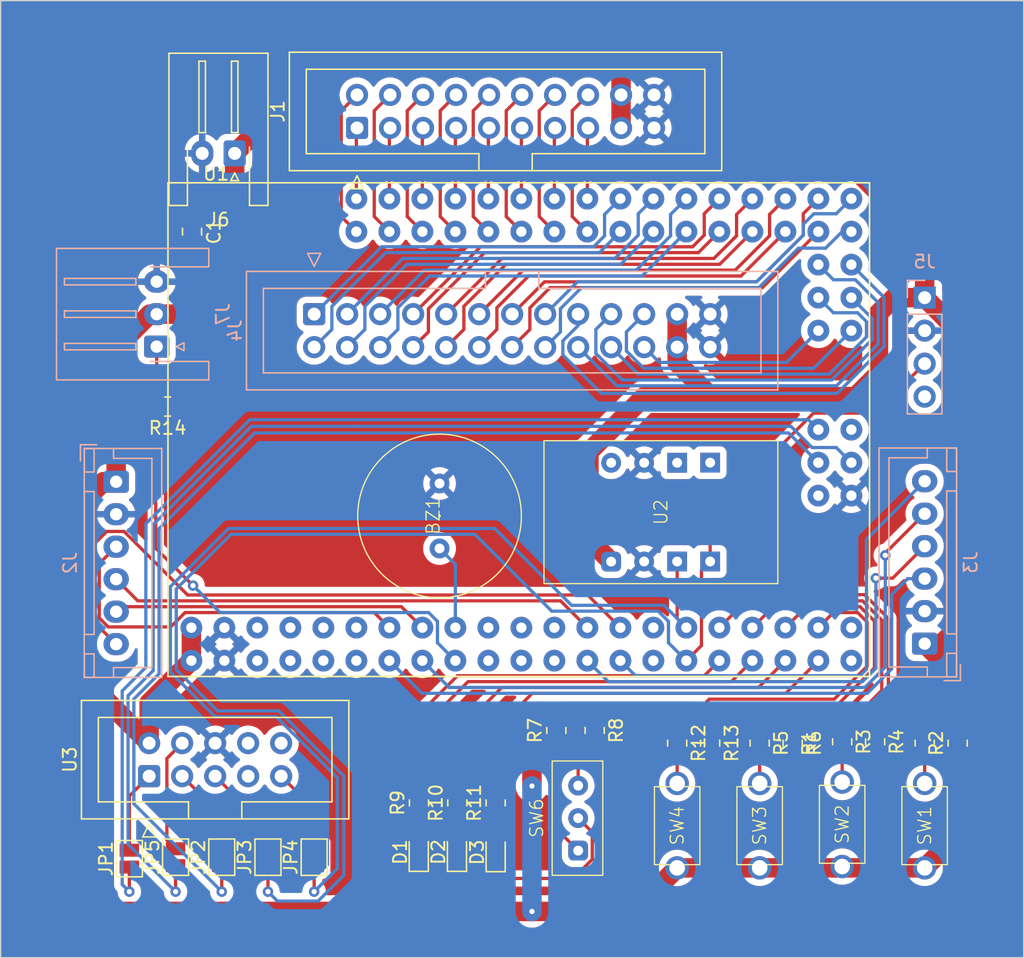
<source format=kicad_pcb>
(kicad_pcb (version 20221018) (generator pcbnew)
  (layers (0 "F.Cu" signal) (31 "B.Cu" signal) (34 "B.Paste" user) (35 "F.Paste" user) (36 "B.SilkS" user "B.Silkscreen") (37 "F.SilkS" user "F.Silkscreen") (38 "B.Mask" user) (39 "F.Mask" user) (44 "Edge.Cuts" user))
  (net 0 "")
  (net 1 "BZ+")
  (net 2 "GND")
  (net 3 "VCC")
  (net 4 "Net-(D1-A)")
  (net 5 "Net-(D2-A)")
  (net 6 "Net-(D3-A)")
  (net 7 "BALL_00")
  (net 8 "BALL_01")
  (net 9 "BALL_02")
  (net 10 "BALL_03")
  (net 11 "BALL_04")
  (net 12 "BALL_05")
  (net 13 "BALL_06")
  (net 14 "BALL_07")
  (net 15 "BALL_08")
  (net 16 "BALL_09")
  (net 17 "BALL_10")
  (net 18 "BALL_11")
  (net 19 "BALL_12")
  (net 20 "BALL_13")
  (net 21 "BALL_14")
  (net 22 "BALL_15")
  (net 23 "MD1_EN1")
  (net 24 "MD1_PH1")
  (net 25 "MD1_EN2")
  (net 26 "MD1_PH2")
  (net 27 "MD2_EN1")
  (net 28 "MD2_PH1")
  (net 29 "MD2_EN2")
  (net 30 "MD2_PH2")
  (net 31 "LS_00")
  (net 32 "LS_01")
  (net 33 "LS_02")
  (net 34 "LS_03")
  (net 35 "LS_04")
  (net 36 "LS_05")
  (net 37 "LS_06")
  (net 38 "LS_07")
  (net 39 "LS_08")
  (net 40 "LS_09")
  (net 41 "LS_10")
  (net 42 "LS_11")
  (net 43 "LS_12")
  (net 44 "LS_13")
  (net 45 "LS_14")
  (net 46 "LS_15")
  (net 47 "LS_16")
  (net 48 "LS_17")
  (net 49 "LS_18")
  (net 50 "LS_19")
  (net 51 "LS_20")
  (net 52 "LS_21")
  (net 53 "SCL")
  (net 54 "SDA")
  (net 55 "KICKER")
  (net 56 "MISO")
  (net 57 "Net-(JP1-B)")
  (net 58 "SCK")
  (net 59 "Net-(JP2-B)")
  (net 60 "Net-(JP3-B)")
  (net 61 "Net-(JP4-B)")
  (net 62 "Net-(JP5-A)")
  (net 63 "MOSI")
  (net 64 "BTN_01")
  (net 65 "Net-(R1-Pad2)")
  (net 66 "BTN_02")
  (net 67 "Net-(R3-Pad2)")
  (net 68 "BTN_03")
  (net 69 "Net-(R5-Pad2)")
  (net 70 "Net-(SW6-A)")
  (net 71 "Net-(SW6-C)")
  (net 72 "LED_01")
  (net 73 "LED_02")
  (net 74 "LED_03")
  (net 75 "BTN_04")
  (net 76 "Net-(R12-Pad2)")
  (net 77 "SWC_01")
  (footprint "Connector_IDC:IDC-Header_2x10_P2.54mm_Vertical" (layer "F.Cu") (at 130.937 65.612328 90)
    (fp_text reference "J1")
    (fp_text value "Conn_01x20_Pin")
  )
  (footprint "Resistor_SMD:R_0805_2012Metric" (layer "F.Cu") (at 161.925 112.964897 -90)
    (fp_text reference "R5")
    (fp_text value "1K")
  )
  (footprint "ATMega2560:ATMega2560" (layer "F.Cu") (at 143.383 88.834897)
    (fp_text reference "U1")
    (fp_text value "MEGA_PRO_EMBED_CH340G___ATMEGA2560")
  )
  (footprint "Resistor_SMD:R_0805_2012Metric" (layer "F.Cu") (at 141.605 117.562397 90)
    (fp_text reference "R11")
    (fp_text value "330")
  )
  (footprint "Resistor_SMD:R_0805_2012Metric" (layer "F.Cu") (at 135.705 117.562397 90)
    (fp_text reference "R9")
    (fp_text value "330")
  )
  (footprint "Resistor_SMD:R_0805_2012Metric" (layer "F.Cu") (at 146.275 111.988397 90)
    (fp_text reference "R7")
    (fp_text value "1K")
  )
  (footprint "Connector_JST:JST_XH_S2B-XH-A-1_1x02_P2.50mm_Horizontal" (layer "F.Cu") (at 121.519 67.570897 180)
    (fp_text reference "J6")
    (fp_text value "Conn_01x02_Pin")
  )
  (footprint "LED_SMD:LED_0603_1608Metric" (layer "F.Cu") (at 138.62635 121.347255 90)
    (fp_text reference "D2")
    (fp_text value "LED")
  )
  (footprint "Jumper:SolderJumper-2_P1.3mm_Open_Pad1.0x1.5mm" (layer "F.Cu") (at 113.411 121.854897 90)
    (fp_text reference "JP1")
    (fp_text value "Jumper_2_Open")
  )
  (footprint "@MyLibrary:PKM13EPYH4000-A0" (layer "F.Cu") (at 137.287 95.478897 90)
    (fp_text reference "BZ1")
    (fp_text value "Buzzer")
  )
  (footprint "@MyLibrary:TVBP06-BN043CB-B" (layer "F.Cu") (at 174.625 119.314897 90)
    (fp_text reference "SW1")
    (fp_text value "SW_Push")
  )
  (footprint "Resistor_SMD:R_0805_2012Metric" (layer "F.Cu") (at 116.3555 87.056897 180)
    (fp_text reference "R14")
    (fp_text value "1K")
  )
  (footprint "Resistor_SMD:R_0805_2012Metric" (layer "F.Cu") (at 170.815 112.861397 -90)
    (fp_text reference "R4")
    (fp_text value "10K")
  )
  (footprint "@MyLibrary:SS12D01G4-G_2" (layer "F.Cu") (at 147.955 118.735897 90)
    (fp_text reference "SW6")
    (fp_text value "SW_SPDT")
  )
  (footprint "Resistor_SMD:R_0805_2012Metric" (layer "F.Cu") (at 149.225 111.988397 -90)
    (fp_text reference "R8")
    (fp_text value "10K")
  )
  (footprint "Jumper:SolderJumper-2_P1.3mm_Open_Pad1.0x1.5mm" (layer "F.Cu") (at 124.079 121.742897 90)
    (fp_text reference "JP3")
    (fp_text value "Jumper_2_Open")
  )
  (footprint "@MyLibrary:TVBP06-BN043CB-B" (layer "F.Cu") (at 161.925 119.314897 90)
    (fp_text reference "SW3")
    (fp_text value "SW_Push")
  )
  (footprint "Resistor_SMD:R_0805_2012Metric" (layer "F.Cu") (at 174.625 112.964897 -90)
    (fp_text reference "R1")
    (fp_text value "1K")
  )
  (footprint "Resistor_SMD:R_0805_2012Metric" (layer "F.Cu") (at 155.575 112.964897 -90)
    (fp_text reference "R12")
    (fp_text value "1K")
  )
  (footprint "Resistor_SMD:R_0805_2012Metric" (layer "F.Cu") (at 168.275 112.861397 -90)
    (fp_text reference "R3")
    (fp_text value "1K")
  )
  (footprint "@MyLibrary:TVBP06-BN043CB-B" (layer "F.Cu") (at 155.575 119.314897 90)
    (fp_text reference "SW4")
    (fp_text value "SW_Push")
  )
  (footprint "Resistor_SMD:R_0805_2012Metric" (layer "F.Cu") (at 164.465 112.964897 -90)
    (fp_text reference "R6")
    (fp_text value "10K")
  )
  (footprint "Connector_IDC:IDC-Header_2x05_P2.54mm_Vertical" (layer "F.Cu") (at 114.935 115.504897 90)
    (fp_text reference "U3")
    (fp_text value "~")
  )
  (footprint "Resistor_SMD:R_0805_2012Metric" (layer "F.Cu") (at 138.655 117.562397 90)
    (fp_text reference "R10")
    (fp_text value "330")
  )
  (footprint "Resistor_SMD:R_0805_2012Metric" (layer "F.Cu") (at 158.115 112.964897 -90)
    (fp_text reference "R13")
    (fp_text value "10K")
  )
  (footprint "Jumper:SolderJumper-2_P1.3mm_Open_Pad1.0x1.5mm" (layer "F.Cu") (at 120.523 121.742897 90)
    (fp_text reference "JP2")
    (fp_text value "Jumper_2_Open")
  )
  (footprint "LED_SMD:LED_0603_1608Metric" (layer "F.Cu") (at 141.605 121.372397 90)
    (fp_text reference "D3")
    (fp_text value "LED")
  )
  (footprint "Resistor_SMD:R_0805_2012Metric" (layer "F.Cu") (at 177.165 112.964897 90)
    (fp_text reference "R2")
    (fp_text value "10K")
  )
  (footprint "LED_SMD:LED_0603_1608Metric" (layer "F.Cu") (at 135.685238 121.347255 90)
    (fp_text reference "D1")
    (fp_text value "LED")
  )
  (footprint "@MyLibrary:BNO055" (layer "F.Cu") (at 154.325 95.184897 90)
    (fp_text reference "U2")
    (fp_text value "~")
  )
  (footprint "Capacitor_SMD:C_0805_2012Metric" (layer "F.Cu") (at 118.237 73.594897 -90)
    (fp_text reference "C1")
    (fp_text value "C")
  )
  (footprint "Jumper:SolderJumper-2_P1.3mm_Open_Pad1.0x1.5mm" (layer "F.Cu") (at 127.635 121.742897 90)
    (fp_text reference "JP4")
    (fp_text value "Jumper_2_Open")
  )
  (footprint "@MyLibrary:TVBP06-BN043CB-B" (layer "F.Cu") (at 168.275 119.211397 90)
    (fp_text reference "SW2")
    (fp_text value "SW_Push")
  )
  (footprint "Jumper:SolderJumper-2_P1.3mm_Open_Pad1.0x1.5mm" (layer "F.Cu") (at 116.967 121.742897 -90)
    (fp_text reference "JP5")
    (fp_text value "Jumper_2_Open")
  )
  (footprint "Connector_JST:JST_XH_B6B-XH-A_1x06_P2.50mm_Vertical" (layer "B.Cu") (at 174.625 105.304897 90)
    (fp_text reference "J3")
    (fp_text value "Conn_01x06_Pin")
  )
  (footprint "Connector_JST:JST_XH_S3B-XH-A-1_1x03_P2.50mm_Horizontal" (layer "B.Cu") (at 115.515 82.444897 90)
    (fp_text reference "J7")
    (fp_text value "Conn_01x03_Pin")
  )
  (footprint "Connector_PinSocket_2.54mm:PinSocket_1x04_P2.54mm_Vertical" (layer "B.Cu") (at 174.625 78.674897 180)
    (fp_text reference "J5")
    (fp_text value "Conn_01x04_Socket")
  )
  (footprint "Connector_IDC:IDC-Header_2x13_P2.54mm_Vertical" (layer "B.Cu") (at 127.635 79.944897 -90)
    (fp_text reference "J4")
    (fp_text value "Conn_01x26_Pin")
  )
  (footprint "Connector_JST:JST_XH_B6B-XH-A_1x06_P2.50mm_Vertical" (layer "B.Cu") (at 112.395 92.844897 -90)
    (fp_text reference "J2")
    (fp_text value "Conn_01x06_Pin")
  )
  (gr_line (start 103.505 129.474897) (end 120.015 129.474897) (stroke (width 0.1)) (layer "Edge.Cuts"))
  (gr_line (start 182.245 129.474897) (end 182.245 55.814897) (stroke (width 0.1)) (layer "Edge.Cuts"))
  (gr_line (start 120.015 129.474897) (end 182.245 129.474897) (stroke (width 0.1)) (layer "Edge.Cuts"))
  (gr_line (start 182.245 55.814897) (end 103.505 55.814897) (stroke (width 0.1)) (layer "Edge.Cuts"))
  (gr_line (start 103.505 55.814897) (end 103.505 129.474897) (stroke (width 0.1)) (layer "Edge.Cuts"))
  (segment (start 138.503 99.194897) (end 137.287 97.978897) (width 0.25) (layer "B.Cu") (net 1))
  (segment (start 138.503 104.074897) (end 138.503 99.194897) (width 0.25) (layer "B.Cu") (net 1))
  (segment (start 115.515 77.444897) (end 115.515 77.266897) (width 1.5) (layer "F.Cu") (net 2))
  (segment (start 112.395 82.535913) (end 112.395 92.844897) (width 1.5) (layer "F.Cu") (net 3))
  (segment (start 109.57 94.694897) (end 109.57 107.630897) (width 1.5) (layer "F.Cu") (net 3))
  (segment (start 151.257 65.612328) (end 151.257 61.402897) (width 1.5) (layer "F.Cu") (net 3))
  (segment (start 174.625 105.304897) (end 175.935 105.304897) (width 1.5) (layer "F.Cu") (net 3))
  (segment (start 174.625 74.168) (end 174.625 78.674897) (width 1.5) (layer "F.Cu") (net 3))
  (segment (start 121.519 69.362897) (end 121.519 67.570897) (width 1.5) (layer "F.Cu") (net 3))
  (segment (start 114.986016 79.944897) (end 112.395 82.535913) (width 1.5) (layer "F.Cu") (net 3))
  (segment (start 121.519 67.570897) (end 127.817569 61.272328) (width 1.5) (layer "F.Cu") (net 3))
  (segment (start 112.395 92.844897) (end 111.42 92.844897) (width 1.5) (layer "F.Cu") (net 3))
  (segment (start 174.625 78.674897) (end 172.275 78.674897) (width 1.5) (layer "F.Cu") (net 3))
  (segment (start 109.57 123.093897) (end 112.395 125.918897) (width 1.5) (layer "F.Cu") (net 3))
  (segment (start 146.275 111.075897) (end 145.575 111.075897) (width 1.5) (layer "F.Cu") (net 3))
  (segment (start 129.465 59.624897) (end 149.479 59.624897) (width 1.5) (layer "F.Cu") (net 3))
  (segment (start 115.515 79.944897) (end 114.986016 79.944897) (width 1.5) (layer "F.Cu") (net 3))
  (segment (start 169.29472 86.294897) (end 158.182919 86.294897) (width 1.5) (layer "F.Cu") (net 3))
  (segment (start 152.221 125.918897) (end 155.575 122.564897) (width 1.5) (layer "F.Cu") (net 3))
  (segment (start 118.237 72.644897) (end 121.519 69.362897) (width 1.5) (layer "F.Cu") (net 3))
  (segment (start 121.519 76.415897) (end 117.99 79.944897) (width 1.5) (layer "F.Cu") (net 3))
  (segment (start 155.575 83.686978) (end 155.575 82.484897) (width 1.5) (layer "F.Cu") (net 3))
  (segment (start 155.575 82.484897) (end 155.575 79.944897) (width 1.5) (layer "F.Cu") (net 3))
  (segment (start 178.435 102.804897) (end 178.435 82.479312) (width 1.5) (layer "F.Cu") (net 3))
  (segment (start 121.519 67.570897) (end 121.519 76.415897) (width 1.5) (layer "F.Cu") (net 3))
  (segment (start 152.221 125.918897) (end 144.399 125.918897) (width 1.5) (layer "F.Cu") (net 3))
  (segment (start 158.182919 86.294897) (end 155.575 83.686978) (width 1.5) (layer "F.Cu") (net 3))
  (segment (start 127.817569 61.272328) (end 129.465 59.624897) (width 1.5) (layer "F.Cu") (net 3))
  (segment (start 160.081897 59.624897) (end 174.625 74.168) (width 1.5) (layer "F.Cu") (net 3))
  (segment (start 155.575 122.564897) (end 174.625 122.564897) (width 1.5) (layer "F.Cu") (net 3))
  (segment (start 144.399 112.251897) (end 144.399 116.266897) (width 1.5) (layer "F.Cu") (net 3))
  (segment (start 144.399 125.918897) (end 112.395 125.918897) (width 1.5) (layer "F.Cu") (net 3))
  (segment (start 111.42 92.844897) (end 109.57 94.694897) (width 1.5) (layer "F.Cu") (net 3))
  (segment (start 174.625 122.564897) (end 179.578 117.611897) (width 1.5) (layer "F.Cu") (net 3))
  (segment (start 109.57 107.630897) (end 109.57 123.093897) (width 1.5) (layer "F.Cu") (net 3))
  (segment (start 118.183 104.074897) (end 118.183 106.614897) (width 1.5) (layer "F.Cu") (net 3))
  (segment (start 172.275 78.674897) (end 171.069 79.880897) (width 1.5) (layer "F.Cu") (net 3))
  (segment (start 149.479 59.624897) (end 160.081897 59.624897) (width 1.5) (layer "F.Cu") (net 3))
  (segment (start 114.935 109.862897) (end 114.935 112.964897) (width 1.5) (layer "F.Cu") (net 3))
  (segment (start 153.035 86.294897) (end 158.182919 86.294897) (width 1.5) (layer "F.Cu") (net 3))
  (segment (start 179.578 117.536897) (end 180.467 116.647897) (width 1.5) (layer "F.Cu") (net 3))
  (segment (start 145.575 111.075897) (end 144.399 112.251897) (width 1.5) (layer "F.Cu") (net 3))
  (segment (start 180.467 116.647897) (end 180.467 111.146897) (width 1.5) (layer "F.Cu") (net 3))
  (segment (start 117.99 79.944897) (end 115.515 79.944897) (width 1.5) (layer "F.Cu") (net 3))
  (segment (start 114.935 112.964897) (end 109.601 107.630897) (width 1.5) (layer "F.Cu") (net 3))
  (segment (start 109.601 107.630897) (end 109.57 107.630897) (width 1.5) (layer "F.Cu") (net 3))
  (segment (start 171.069 79.880897) (end 171.069 84.520617) (width 1.5) (layer "F.Cu") (net 3))
  (segment (start 171.069 84.520617) (end 169.29472 86.294897) (width 1.5) (layer "F.Cu") (net 3))
  (segment (start 118.183 106.614897) (end 114.935 109.862897) (width 1.5) (layer "F.Cu") (net 3))
  (segment (start 178.435 82.479312) (end 174.630585 78.674897) (width 1.5) (layer "F.Cu") (net 3))
  (segment (start 148.783 90.546897) (end 153.035 86.294897) (width 1.5) (layer "F.Cu") (net 3))
  (segment (start 151.257 61.402897) (end 149.479 59.624897) (width 1.5) (layer "F.Cu") (net 3))
  (segment (start 150.495 98.994897) (end 148.783 97.282897) (width 1.5) (layer "F.Cu") (net 3))
  (segment (start 175.935 105.304897) (end 178.435 102.804897) (width 1.5) (layer "F.Cu") (net 3))
  (segment (start 179.578 117.611897) (end 179.578 117.536897) (width 1.5) (layer "F.Cu") (net 3))
  (segment (start 148.783 97.282897) (end 148.783 90.546897) (width 1.5) (layer "F.Cu") (net 3))
  (segment (start 180.467 111.146897) (end 174.625 105.304897) (width 1.5) (layer "F.Cu") (net 3))
  (via (at 144.399 125.918897) (size 0.8) (drill 0.4) (layers "F.Cu" "B.Cu") (net 3))
  (via (at 144.399 116.266897) (size 0.8) (drill 0.4) (layers "F.Cu" "B.Cu") (net 3))
  (segment (start 144.399 125.918897) (end 144.399 116.266897) (width 1.5) (layer "B.Cu") (net 3))
  (segment (start 135.685238 120.559755) (end 135.685238 118.494659) (width 0.25) (layer "F.Cu") (net 4))
  (segment (start 135.685238 118.494659) (end 135.705 118.474897) (width 0.25) (layer "F.Cu") (net 4))
  (segment (start 138.62635 118.503547) (end 138.655 118.474897) (width 0.25) (layer "F.Cu") (net 5))
  (segment (start 138.62635 120.559755) (end 138.62635 118.503547) (width 0.25) (layer "F.Cu") (net 5))
  (segment (start 141.605 120.584897) (end 141.605 118.474897) (width 0.25) (layer "F.Cu") (net 6))
  (segment (start 130.883 65.666328) (end 130.937 65.612328) (width 0.25) (layer "F.Cu") (net 7))
  (segment (start 130.883 71.054897) (end 130.883 65.666328) (width 0.25) (layer "F.Cu") (net 7))
  (segment (start 130.883 73.594897) (end 129.7198 72.431697) (width 0.25) (layer "F.Cu") (net 8))
  (segment (start 129.7198 64.289528) (end 130.937 63.072328) (width 0.25) (layer "F.Cu") (net 8))
  (segment (start 129.7198 72.431697) (end 129.7198 64.289528) (width 0.25) (layer "F.Cu") (net 8))
  (segment (start 133.423 65.666328) (end 133.477 65.612328) (width 0.25) (layer "F.Cu") (net 9))
  (segment (start 133.423 71.054897) (end 133.423 65.666328) (width 0.25) (layer "F.Cu") (net 9))
  (segment (start 132.2598 64.289528) (end 133.477 63.072328) (width 0.25) (layer "F.Cu") (net 10))
  (segment (start 133.423 73.594897) (end 132.2598 72.431697) (width 0.25) (layer "F.Cu") (net 10))
  (segment (start 132.2598 72.431697) (end 132.2598 64.289528) (width 0.25) (layer "F.Cu") (net 10))
  (segment (start 135.963 71.054897) (end 135.963 65.666328) (width 0.25) (layer "F.Cu") (net 11))
  (segment (start 135.963 65.666328) (end 136.017 65.612328) (width 0.25) (layer "F.Cu") (net 11))
  (segment (start 134.7998 72.431697) (end 134.7998 64.289528) (width 0.25) (layer "F.Cu") (net 12))
  (segment (start 135.963 73.594897) (end 134.7998 72.431697) (width 0.25) (layer "F.Cu") (net 12))
  (segment (start 134.7998 64.289528) (end 136.017 63.072328) (width 0.25) (layer "F.Cu") (net 12))
  (segment (start 138.503 65.666328) (end 138.557 65.612328) (width 0.25) (layer "F.Cu") (net 13))
  (segment (start 138.503 71.054897) (end 138.503 65.666328) (width 0.25) (layer "F.Cu") (net 13))
  (segment (start 137.3398 64.289528) (end 138.557 63.072328) (width 0.25) (layer "F.Cu") (net 14))
  (segment (start 138.503 73.594897) (end 137.3398 72.431697) (width 0.25) (layer "F.Cu") (net 14))
  (segment (start 137.3398 72.431697) (end 137.3398 64.289528) (width 0.25) (layer "F.Cu") (net 14))
  (segment (start 141.043 71.054897) (end 141.043 65.666328) (width 0.25) (layer "F.Cu") (net 15))
  (segment (start 141.043 65.666328) (end 141.097 65.612328) (width 0.25) (layer "F.Cu") (net 15))
  (segment (start 139.8798 72.431697) (end 139.8798 64.289528) (width 0.25) (layer "F.Cu") (net 16))
  (segment (start 139.8798 64.289528) (end 141.097 63.072328) (width 0.25) (layer "F.Cu") (net 16))
  (segment (start 141.043 73.594897) (end 139.8798 72.431697) (width 0.25) (layer "F.Cu") (net 16))
  (segment (start 143.583 65.666328) (end 143.637 65.612328) (width 0.25) (layer "F.Cu") (net 17))
  (segment (start 143.583 71.054897) (end 143.583 65.666328) (width 0.25) (layer "F.Cu") (net 17))
  (segment (start 143.583 73.594897) (end 142.4198 72.431697) (width 0.25) (layer "F.Cu") (net 18))
  (segment (start 142.4198 64.289528) (end 143.637 63.072328) (width 0.25) (layer "F.Cu") (net 18))
  (segment (start 142.4198 72.431697) (end 142.4198 64.289528) (width 0.25) (layer "F.Cu") (net 18))
  (segment (start 146.123 65.666328) (end 146.177 65.612328) (width 0.25) (layer "F.Cu") (net 19))
  (segment (start 146.123 71.054897) (end 146.123 65.666328) (width 0.25) (layer "F.Cu") (net 19))
  (segment (start 144.9598 64.289528) (end 146.177 63.072328) (width 0.25) (layer "F.Cu") (net 20))
  (segment (start 144.9598 72.431697) (end 144.9598 64.289528) (width 0.25) (layer "F.Cu") (net 20))
  (segment (start 146.123 73.594897) (end 144.9598 72.431697) (width 0.25) (layer "F.Cu") (net 20))
  (segment (start 148.663 65.666328) (end 148.717 65.612328) (width 0.25) (layer "F.Cu") (net 21))
  (segment (start 148.663 71.054897) (end 148.663 65.666328) (width 0.25) (layer "F.Cu") (net 21))
  (segment (start 147.4998 72.431697) (end 147.4998 64.289528) (width 0.25) (layer "F.Cu") (net 22))
  (segment (start 148.663 73.594897) (end 147.4998 72.431697) (width 0.25) (layer "F.Cu") (net 22))
  (segment (start 147.4998 64.289528) (end 148.717 63.072328) (width 0.25) (layer "F.Cu") (net 22))
  (segment (start 111.095 103.331598) (end 111.783299 104.019897) (width 0.25) (layer "F.Cu") (net 23))
  (segment (start 116.592986 104.019897) (end 117.701186 102.911697) (width 0.25) (layer "F.Cu") (net 23))
  (segment (start 112.395 97.844897) (end 111.095 99.144897) (width 0.25) (layer "F.Cu") (net 23))
  (segment (start 117.701186 102.911697) (end 132.2598 102.911697) (width 0.25) (layer "F.Cu") (net 23))
  (segment (start 111.095 99.144897) (end 111.095 103.331598) (width 0.25) (layer "F.Cu") (net 23))
  (segment (start 111.783299 104.019897) (end 116.592986 104.019897) (width 0.25) (layer "F.Cu") (net 23))
  (segment (start 132.2598 102.911697) (end 133.423 104.074897) (width 0.25) (layer "F.Cu") (net 23))
  (segment (start 146.5998 102.011697) (end 148.663 104.074897) (width 0.25) (layer "F.Cu") (net 24))
  (segment (start 114.0618 102.011697) (end 146.5998 102.011697) (width 0.25) (layer "F.Cu") (net 24))
  (segment (start 112.395 100.344897) (end 114.0618 102.011697) (width 0.25) (layer "F.Cu") (net 24))
  (segment (start 112.395 102.844897) (end 112.7782 102.461697) (width 0.25) (layer "F.Cu") (net 25))
  (segment (start 134.3498 102.461697) (end 135.963 104.074897) (width 0.25) (layer "F.Cu") (net 25))
  (segment (start 112.7782 102.461697) (end 134.3498 102.461697) (width 0.25) (layer "F.Cu") (net 25))
  (segment (start 117.898501 101.561697) (end 113.006701 96.669897) (width 0.25) (layer "F.Cu") (net 26))
  (segment (start 110.645 97.696897) (end 110.645 103.594897) (width 0.25) (layer "F.Cu") (net 26))
  (segment (start 151.203 104.074897) (end 148.6898 101.561697) (width 0.25) (layer "F.Cu") (net 26))
  (segment (start 111.672 96.669897) (end 110.645 97.696897) (width 0.25) (layer "F.Cu") (net 26))
  (segment (start 148.6898 101.561697) (end 117.898501 101.561697) (width 0.25) (layer "F.Cu") (net 26))
  (segment (start 113.006701 96.669897) (end 111.672 96.669897) (width 0.25) (layer "F.Cu") (net 26))
  (segment (start 110.645 103.594897) (end 112.395 105.344897) (width 0.25) (layer "F.Cu") (net 26))
  (segment (start 135.9362 109.128097) (end 133.423 106.614897) (width 0.25) (layer "B.Cu") (net 27))
  (segment (start 170.210988 109.128097) (end 135.9362 109.128097) (width 0.25) (layer "B.Cu") (net 27))
  (segment (start 174.625 100.304897) (end 174.625 100.714897) (width 0.25) (layer "B.Cu") (net 27))
  (segment (start 172.085 101.534897) (end 172.085 107.254085) (width 0.25) (layer "B.Cu") (net 27))
  (segment (start 172.085 107.254085) (end 170.210988 109.128097) (width 0.25) (layer "B.Cu") (net 27))
  (segment (start 172.085 101.534897) (end 173.315 100.304897) (width 0.25) (layer "B.Cu") (net 27))
  (segment (start 173.315 100.304897) (end 174.625 100.304897) (width 0.25) (layer "B.Cu") (net 27))
  (segment (start 172.165 100.264897) (end 174.625 97.804897) (width 0.25) (layer "F.Cu") (net 28))
  (segment (start 170.8712 100.264897) (end 172.165 100.264897) (width 0.25) (layer "F.Cu") (net 28))
  (via (at 170.8712 100.264897) (size 0.8) (drill 0.4) (layers "F.Cu" "B.Cu") (net 28))
  (segment (start 150.2762 108.228097) (end 148.663 106.614897) (width 0.25) (layer "B.Cu") (net 28))
  (segment (start 170.8712 100.264897) (end 170.8712 107.195093) (width 0.25) (layer "B.Cu") (net 28))
  (segment (start 169.838196 108.228097) (end 150.2762 108.228097) (width 0.25) (layer "B.Cu") (net 28))
  (segment (start 170.8712 107.195093) (end 169.838196 108.228097) (width 0.25) (layer "B.Cu") (net 28))
  (segment (start 171.5962 98.506097) (end 171.5962 98.333697) (width 0.25) (layer "F.Cu") (net 29))
  (segment (start 171.5962 98.333697) (end 174.625 95.304897) (width 0.25) (layer "F.Cu") (net 29))
  (via (at 171.5962 98.506097) (size 0.8) (drill 0.4) (layers "F.Cu" "B.Cu") (net 29))
  (segment (start 171.577 107.125689) (end 170.024592 108.678097) (width 0.25) (layer "B.Cu") (net 29))
  (segment (start 171.5962 102.785697) (end 171.577 102.804897) (width 0.25) (layer "B.Cu") (net 29))
  (segment (start 171.5962 98.506097) (end 171.5962 102.785697) (width 0.25) (layer "B.Cu") (net 29))
  (segment (start 170.024592 108.678097) (end 138.0262 108.678097) (width 0.25) (layer "B.Cu") (net 29))
  (segment (start 171.577 102.804897) (end 171.577 107.125689) (width 0.25) (layer "B.Cu") (net 29))
  (segment (start 138.0262 108.678097) (end 135.963 106.614897) (width 0.25) (layer "B.Cu") (net 29))
  (segment (start 170.1462 97.283697) (end 170.1462 107.283697) (width 0.25) (layer "B.Cu") (net 30))
  (segment (start 152.3662 107.778097) (end 151.203 106.614897) (width 0.25) (layer "B.Cu") (net 30))
  (segment (start 174.625 92.804897) (end 170.1462 97.283697) (width 0.25) (layer "B.Cu") (net 30))
  (segment (start 169.6518 107.778097) (end 152.3662 107.778097) (width 0.25) (layer "B.Cu") (net 30))
  (segment (start 170.1462 107.283697) (end 169.6518 107.778097) (width 0.25) (layer "B.Cu") (net 30))
  (segment (start 132.8218 74.758097) (end 149.144814 74.758097) (width 0.25) (layer "B.Cu") (net 31))
  (segment (start 149.144814 74.758097) (end 149.987 73.915911) (width 0.25) (layer "B.Cu") (net 31))
  (segment (start 127.635 79.944897) (end 132.8218 74.758097) (width 0.25) (layer "B.Cu") (net 31))
  (segment (start 149.987 72.270897) (end 151.203 71.054897) (width 0.25) (layer "B.Cu") (net 31))
  (segment (start 149.987 73.915911) (end 149.987 72.270897) (width 0.25) (layer "B.Cu") (net 31))
  (segment (start 129 79.341897) (end 133.1338 75.208097) (width 0.25) (layer "B.Cu") (net 32))
  (segment (start 129 81.119897) (end 129 79.341897) (width 0.25) (layer "B.Cu") (net 32))
  (segment (start 149.5898 75.208097) (end 151.203 73.594897) (width 0.25) (layer "B.Cu") (net 32))
  (segment (start 133.1338 75.208097) (end 149.5898 75.208097) (width 0.25) (layer "B.Cu") (net 32))
  (segment (start 127.635 82.484897) (end 129 81.119897) (width 0.25) (layer "B.Cu") (net 32))
  (segment (start 152.5798 73.863111) (end 152.5798 72.218097) (width 0.25) (layer "B.Cu") (net 33))
  (segment (start 134.4618 75.658097) (end 150.784814 75.658097) (width 0.25) (layer "B.Cu") (net 33))
  (segment (start 150.784814 75.658097) (end 152.5798 73.863111) (width 0.25) (layer "B.Cu") (net 33))
  (segment (start 152.5798 72.218097) (end 153.743 71.054897) (width 0.25) (layer "B.Cu") (net 33))
  (segment (start 130.175 79.944897) (end 134.4618 75.658097) (width 0.25) (layer "B.Cu") (net 33))
  (segment (start 151.2298 76.108097) (end 153.743 73.594897) (width 0.25) (layer "B.Cu") (net 34))
  (segment (start 131.54 79.341897) (end 134.7738 76.108097) (width 0.25) (layer "B.Cu") (net 34))
  (segment (start 131.54 81.119897) (end 131.54 79.341897) (width 0.25) (layer "B.Cu") (net 34))
  (segment (start 130.175 82.484897) (end 131.54 81.119897) (width 0.25) (layer "B.Cu") (net 34))
  (segment (start 134.7738 76.108097) (end 151.2298 76.108097) (width 0.25) (layer "B.Cu") (net 34))
  (segment (start 136.1018 76.558097) (end 152.424814 76.558097) (width 0.25) (layer "B.Cu") (net 35))
  (segment (start 155.067 73.915911) (end 155.067 72.270897) (width 0.25) (layer "B.Cu") (net 35))
  (segment (start 152.424814 76.558097) (end 155.067 73.915911) (width 0.25) (layer "B.Cu") (net 35))
  (segment (start 132.715 79.944897) (end 136.1018 76.558097) (width 0.25) (layer "B.Cu") (net 35))
  (segment (start 155.067 72.270897) (end 156.283 71.054897) (width 0.25) (layer "B.Cu") (net 35))
  (segment (start 136.525 77.008097) (end 152.8698 77.008097) (width 0.25) (layer "B.Cu") (net 36))
  (segment (start 134.08 79.453097) (end 136.525 77.008097) (width 0.25) (layer "B.Cu") (net 36))
  (segment (start 132.715 82.484897) (end 134.08 81.119897) (width 0.25) (layer "B.Cu") (net 36))
  (segment (start 134.08 81.119897) (end 134.08 79.453097) (width 0.25) (layer "B.Cu") (net 36))
  (segment (start 152.8698 77.008097) (end 156.283 73.594897) (width 0.25) (layer "B.Cu") (net 36))
  (segment (start 135.255 79.944897) (end 140.4418 74.758097) (width 0.25) (layer "F.Cu") (net 37))
  (segment (start 140.4418 74.758097) (end 156.764814 74.758097) (width 0.25) (layer "F.Cu") (net 37))
  (segment (start 157.6598 72.218097) (end 158.823 71.054897) (width 0.25) (layer "F.Cu") (net 37))
  (segment (start 157.6598 73.863111) (end 157.6598 72.218097) (width 0.25) (layer "F.Cu") (net 37))
  (segment (start 156.764814 74.758097) (end 157.6598 73.863111) (width 0.25) (layer "F.Cu") (net 37))
  (segment (start 136.43 81.309897) (end 136.43 79.531897) (width 0.25) (layer "F.Cu") (net 38))
  (segment (start 140.7538 75.208097) (end 157.2098 75.208097) (width 0.25) (layer "F.Cu") (net 38))
  (segment (start 136.43 79.531897) (end 140.7538 75.208097) (width 0.25) (layer "F.Cu") (net 38))
  (segment (start 135.255 82.484897) (end 136.43 81.309897) (width 0.25) (layer "F.Cu") (net 38))
  (segment (start 157.2098 75.208097) (end 158.823 73.594897) (width 0.25) (layer "F.Cu") (net 38))
  (segment (start 137.795 79.944897) (end 142.0818 75.658097) (width 0.25) (layer "F.Cu") (net 39))
  (segment (start 160.147 73.915911) (end 160.147 72.270897) (width 0.25) (layer "F.Cu") (net 39))
  (segment (start 160.147 72.270897) (end 161.363 71.054897) (width 0.25) (layer "F.Cu") (net 39))
  (segment (start 158.404814 75.658097) (end 160.147 73.915911) (width 0.25) (layer "F.Cu") (net 39))
  (segment (start 142.0818 75.658097) (end 158.404814 75.658097) (width 0.25) (layer "F.Cu") (net 39))
  (segment (start 139.16 81.119897) (end 139.16 79.341897) (width 0.25) (layer "F.Cu") (net 40))
  (segment (start 137.795 82.484897) (end 139.16 81.119897) (width 0.25) (layer "F.Cu") (net 40))
  (segment (start 158.8498 76.108097) (end 161.363 73.594897) (width 0.25) (layer "F.Cu") (net 40))
  (segment (start 142.3938 76.108097) (end 158.8498 76.108097) (width 0.25) (layer "F.Cu") (net 40))
  (segment (start 139.16 79.341897) (end 142.3938 76.108097) (width 0.25) (layer "F.Cu") (net 40))
  (segment (start 162.687 73.915911) (end 162.687 72.270897) (width 0.25) (layer "F.Cu") (net 41))
  (segment (start 143.7218 76.558097) (end 160.044814 76.558097) (width 0.25) (layer "F.Cu") (net 41))
  (segment (start 160.044814 76.558097) (end 162.687 73.915911) (width 0.25) (layer "F.Cu") (net 41))
  (segment (start 140.335 79.944897) (end 143.7218 76.558097) (width 0.25) (layer "F.Cu") (net 41))
  (segment (start 162.687 72.270897) (end 163.903 71.054897) (width 0.25) (layer "F.Cu") (net 41))
  (segment (start 144.145 77.008097) (end 160.4898 77.008097) (width 0.25) (layer "F.Cu") (net 42))
  (segment (start 140.335 82.484897) (end 141.7 81.119897) (width 0.25) (layer "F.Cu") (net 42))
  (segment (start 160.4898 77.008097) (end 163.903 73.594897) (width 0.25) (layer "F.Cu") (net 42))
  (segment (start 141.7 79.453097) (end 144.145 77.008097) (width 0.25) (layer "F.Cu") (net 42))
  (segment (start 141.7 81.119897) (end 141.7 79.453097) (width 0.25) (layer "F.Cu") (net 42))
  (segment (start 161.684814 77.458097) (end 165.2798 73.863111) (width 0.25) (layer "F.Cu") (net 43))
  (segment (start 142.875 79.944897) (end 145.3618 77.458097) (width 0.25) (layer "F.Cu") (net 43))
  (segment (start 165.2798 72.218097) (end 166.443 71.054897) (width 0.25) (layer "F.Cu") (net 43))
  (segment (start 165.2798 73.863111) (end 165.2798 72.218097) (width 0.25) (layer "F.Cu") (net 43))
  (segment (start 145.3618 77.458097) (end 161.684814 77.458097) (width 0.25) (layer "F.Cu") (net 43))
  (segment (start 144.24 79.458196) (end 145.790099 77.908097) (width 0.25) (layer "F.Cu") (net 44))
  (segment (start 162.1298 77.908097) (end 166.443 73.594897) (width 0.25) (layer "F.Cu") (net 44))
  (segment (start 144.24 81.119897) (end 144.24 79.458196) (width 0.25) (layer "F.Cu") (net 44))
  (segment (start 145.790099 77.908097) (end 162.1298 77.908097) (width 0.25) (layer "F.Cu") (net 44))
  (segment (start 142.875 82.484897) (end 144.24 81.119897) (width 0.25) (layer "F.Cu") (net 44))
  (segment (start 147.9018 77.458097) (end 161.684814 77.458097) (width 0.25) (layer "B.Cu") (net 45))
  (segment (start 167.8198 72.218097) (end 168.983 71.054897) (width 0.25) (layer "B.Cu") (net 45))
  (segment (start 145.415 79.944897) (end 147.9018 77.458097) (width 0.25) (layer "B.Cu") (net 45))
  (segment (start 165.2798 73.034097) (end 166.0958 72.218097) (width 0.25) (layer "B.Cu") (net 45))
  (segment (start 166.0958 72.218097) (end 167.8198 72.218097) (width 0.25) (layer "B.Cu") (net 45))
  (segment (start 161.684814 77.458097) (end 165.2798 73.863111) (width 0.25) (layer "B.Cu") (net 45))
  (segment (start 165.2798 73.863111) (end 165.2798 73.034097) (width 0.25) (layer "B.Cu") (net 45))
  (segment (start 146.59 79.527097) (end 148.209 77.908097) (width 0.25) (layer "B.Cu") (net 46))
  (segment (start 148.209 77.908097) (end 161.87121 77.908097) (width 0.25) (layer "B.Cu") (net 46))
  (segment (start 145.415 82.484897) (end 146.59 81.309897) (width 0.25) (layer "B.Cu") (net 46))
  (segment (start 168.275 73.594897) (end 168.983 73.594897) (width 0.25) (layer "B.Cu") (net 46))
  (segment (start 164.91441 74.864897) (end 167.005 74.864897) (width 0.25) (layer "B.Cu") (net 46))
  (segment (start 146.59 81.309897) (end 146.59 79.527097) (width 0.25) (layer "B.Cu") (net 46))
  (segment (start 161.87121 77.908097) (end 164.91441 74.864897) (width 0.25) (layer "B.Cu") (net 46))
  (segment (start 167.005 74.864897) (end 168.275 73.594897) (width 0.25) (layer "B.Cu") (net 46))
  (segment (start 167.895396 86.040897) (end 171.4962 82.440093) (width 0.25) (layer "B.Cu") (net 47))
  (segment (start 147.955 79.944897) (end 147.955 80.823196) (width 0.25) (layer "B.Cu") (net 47))
  (segment (start 149.733 86.040897) (end 167.895396 86.040897) (width 0.25) (layer "B.Cu") (net 47))
  (segment (start 146.78 81.998196) (end 146.78 83.087897) (width 0.25) (layer "B.Cu") (net 47))
  (segment (start 146.78 83.087897) (end 149.733 86.040897) (width 0.25) (layer "B.Cu") (net 47))
  (segment (start 147.955 80.823196) (end 146.78 81.998196) (width 0.25) (layer "B.Cu") (net 47))
  (segment (start 171.4962 78.648097) (end 168.983 76.134897) (width 0.25) (layer "B.Cu") (net 47))
  (segment (start 171.4962 82.440093) (end 171.4962 78.648097) (width 0.25) (layer "B.Cu") (net 47))
  (segment (start 147.955 82.484897) (end 150.93 85.459897) (width 0.25) (layer "B.Cu") (net 48))
  (segment (start 171.0462 82.253697) (end 171.0462 79.053297) (width 0.25) (layer "B.Cu") (net 48))
  (segment (start 169.291 77.298097) (end 167.6062 77.298097) (width 0.25) (layer "B.Cu") (net 48))
  (segment (start 167.84 85.459897) (end 171.0462 82.253697) (width 0.25) (layer "B.Cu") (net 48))
  (segment (start 171.0462 79.053297) (end 169.291 77.298097) (width 0.25) (layer "B.Cu") (net 48))
  (segment (start 150.93 85.459897) (end 167.84 85.459897) (width 0.25) (layer "B.Cu") (net 48))
  (segment (start 167.6062 77.298097) (end 166.443 76.134897) (width 0.25) (layer "B.Cu") (net 48))
  (segment (start 149.32 81.119897) (end 149.32 82.971598) (width 0.25) (layer "B.Cu") (net 49))
  (segment (start 167.46941 85.009897) (end 170.5962 81.883107) (width 0.25) (layer "B.Cu") (net 49))
  (segment (start 170.5962 80.288097) (end 168.983 78.674897) (width 0.25) (layer "B.Cu") (net 49))
  (segment (start 150.495 79.944897) (end 149.32 81.119897) (width 0.25) (layer "B.Cu") (net 49))
  (segment (start 149.32 82.971598) (end 151.358299 85.009897) (width 0.25) (layer "B.Cu") (net 49))
  (segment (start 151.358299 85.009897) (end 167.46941 85.009897) (width 0.25) (layer "B.Cu") (net 49))
  (segment (start 170.5962 81.883107) (end 170.5962 80.288097) (width 0.25) (layer "B.Cu") (net 49))
  (segment (start 170.1462 80.519483) (end 169.464814 79.838097) (width 0.25) (layer "B.Cu") (net 50))
  (segment (start 152.57 84.559897) (end 167.283014 84.559897) (width 0.25) (layer "B.Cu") (net 50))
  (segment (start 169.464814 79.838097) (end 167.6062 79.838097) (width 0.25) (layer "B.Cu") (net 50))
  (segment (start 167.283014 84.559897) (end 170.1462 81.696711) (width 0.25) (layer "B.Cu") (net 50))
  (segment (start 150.495 82.484897) (end 152.57 84.559897) (width 0.25) (layer "B.Cu") (net 50))
  (segment (start 170.1462 81.696711) (end 170.1462 80.519483) (width 0.25) (layer "B.Cu") (net 50))
  (segment (start 167.6062 79.838097) (end 166.443 78.674897) (width 0.25) (layer "B.Cu") (net 50))
  (segment (start 166.088 84.109897) (end 168.983 81.214897) (width 0.25) (layer "B.Cu") (net 51))
  (segment (start 151.67 82.781598) (end 152.998299 84.109897) (width 0.25) (layer "B.Cu") (net 51))
  (segment (start 152.998299 84.109897) (end 166.088 84.109897) (width 0.25) (layer "B.Cu") (net 51))
  (segment (start 151.67 81.309897) (end 151.67 82.781598) (width 0.25) (layer "B.Cu") (net 51))
  (segment (start 153.035 79.944897) (end 151.67 81.309897) (width 0.25) (layer "B.Cu") (net 51))
  (segment (start 153.035 82.484897) (end 154.21 83.659897) (width 0.25) (layer "B.Cu") (net 52))
  (segment (start 154.21 83.659897) (end 163.998 83.659897) (width 0.25) (layer "B.Cu") (net 52))
  (segment (start 163.998 83.659897) (end 166.443 81.214897) (width 0.25) (layer "B.Cu") (net 52))
  (segment (start 170.815 87.564897) (end 174.625 83.754897) (width 0.25) (layer "F.Cu") (net 53))
  (segment (start 157.4462 105.451697) (end 156.283 106.614897) (width 0.25) (layer "F.Cu") (net 53))
  (segment (start 158.115 98.984897) (end 158.115 95.517883) (width 0.25) (layer "F.Cu") (net 53))
  (segment (start 166.067986 87.564897) (end 170.815 87.564897) (width 0.25) (layer "F.Cu") (net 53))
  (segment (start 124.079 124.394897) (end 124.079 122.392897) (width 0.25) (layer "F.Cu") (net 53))
  (segment (start 158.115 98.984897) (end 157.4462 99.653697) (width 0.25) (layer "F.Cu") (net 53))
  (segment (start 158.115 95.517883) (end 166.067986 87.564897) (width 0.25) (layer "F.Cu") (net 53))
  (segment (start 157.4462 99.653697) (end 157.4462 105.451697) (width 0.25) (layer "F.Cu") (net 53))
  (via (at 124.079 124.394897) (size 0.8) (drill 0.4) (layers "F.Cu" "B.Cu") (net 53))
  (segment (start 120.201396 110.482897) (end 124.911097 110.482897) (width 0.25) (layer "B.Cu") (net 53))
  (segment (start 124.804 125.119897) (end 124.079 124.394897) (width 0.25) (layer "B.Cu") (net 53))
  (segment (start 145.923 102.804897) (end 140.01 96.891897) (width 0.25) (layer "B.Cu") (net 53))
  (segment (start 156.283 106.614897) (end 154.9062 105.238097) (width 0.25) (layer "B.Cu") (net 53))
  (segment (start 124.911097 110.482897) (end 129.921 115.4928) (width 0.25) (layer "B.Cu") (net 53))
  (segment (start 154.9062 105.238097) (end 154.9062 103.593083) (width 0.25) (layer "B.Cu") (net 53))
  (segment (start 127.935305 125.119897) (end 124.804 125.119897) (width 0.25) (layer "B.Cu") (net 53))
  (segment (start 154.118014 102.804897) (end 145.923 102.804897) (width 0.25) (layer "B.Cu") (net 53))
  (segment (start 140.01 96.891897) (end 121.232499 96.891897) (width 0.25) (layer "B.Cu") (net 53))
  (segment (start 154.9062 103.593083) (end 154.118014 102.804897) (width 0.25) (layer "B.Cu") (net 53))
  (segment (start 129.921 123.134202) (end 127.935305 125.119897) (width 0.25) (layer "B.Cu") (net 53))
  (segment (start 117.0198 101.104596) (end 117.0198 107.301301) (width 0.25) (layer "B.Cu") (net 53))
  (segment (start 129.921 122.362897) (end 129.921 123.134202) (width 0.25) (layer "B.Cu") (net 53))
  (segment (start 121.232499 96.891897) (end 117.0198 101.104596) (width 0.25) (layer "B.Cu") (net 53))
  (segment (start 129.921 115.4928) (end 129.921 122.362897) (width 0.25) (layer "B.Cu") (net 53))
  (segment (start 117.0198 107.301301) (end 120.201396 110.482897) (width 0.25) (layer "B.Cu") (net 53))
  (segment (start 127.635 124.394897) (end 127.635 122.392897) (width 0.25) (layer "F.Cu") (net 54))
  (segment (start 155.575 103.366897) (end 156.283 104.074897) (width 0.25) (layer "F.Cu") (net 54))
  (segment (start 155.575 98.984897) (end 155.575 103.366897) (width 0.25) (layer "F.Cu") (net 54))
  (via (at 127.635 124.394897) (size 0.8) (drill 0.4) (layers "F.Cu" "B.Cu") (net 54))
  (segment (start 116.5698 107.487697) (end 120.015 110.932897) (width 0.25) (layer "B.Cu") (net 54))
  (segment (start 129.413 122.616897) (end 127.635 124.394897) (width 0.25) (layer "B.Cu") (net 54))
  (segment (start 121.046103 96.441897) (end 116.5698 100.9182) (width 0.25) (layer "B.Cu") (net 54))
  (segment (start 120.015 110.932897) (end 124.724701 110.932897) (width 0.25) (layer "B.Cu") (net 54))
  (segment (start 154.563 102.354897) (end 147.447 102.354897) (width 0.25) (layer "B.Cu") (net 54))
  (segment (start 116.5698 100.9182) (end 116.5698 107.487697) (width 0.25) (layer "B.Cu") (net 54))
  (segment (start 156.283 104.074897) (end 154.563 102.354897) (width 0.25) (layer "B.Cu") (net 54))
  (segment (start 124.724701 110.932897) (end 129.413 115.621196) (width 0.25) (layer "B.Cu") (net 54))
  (segment (start 129.413 115.621196) (end 129.413 122.616897) (width 0.25) (layer "B.Cu") (net 54))
  (segment (start 147.447 102.354897) (end 141.534 96.441897) (width 0.25) (layer "B.Cu") (net 54))
  (segment (start 141.534 96.441897) (end 121.046103 96.441897) (width 0.25) (layer "B.Cu") (net 54))
  (segment (start 118.313004 100.836697) (end 115.443 97.966693) (width 0.25) (layer "F.Cu") (net 55))
  (segment (start 115.515 86.984897) (end 115.443 87.056897) (width 0.25) (layer "F.Cu") (net 55))
  (segment (start 115.443 97.966693) (end 115.443 87.056897) (width 0.25) (layer "F.Cu") (net 55))
  (segment (start 115.515 82.444897) (end 115.515 86.984897) (width 0.25) (layer "F.Cu") (net 55))
  (via (at 118.313004 100.836697) (size 0.8) (drill 0.4) (layers "F.Cu" "B.Cu") (net 55))
  (segment (start 137.1262 103.593083) (end 136.444814 102.911697) (width 0.25) (layer "B.Cu") (net 55))
  (segment (start 136.444814 102.911697) (end 120.388004 102.911697) (width 0.25) (layer "B.Cu") (net 55))
  (segment (start 120.388004 102.911697) (end 118.313004 100.836697) (width 0.25) (layer "B.Cu") (net 55))
  (segment (start 138.503 106.614897) (end 137.1262 105.238097) (width 0.25) (layer "B.Cu") (net 55))
  (segment (start 137.1262 105.238097) (end 137.1262 103.593083) (width 0.25) (layer "B.Cu") (net 55))
  (segment (start 113.411 124.394897) (end 113.411 122.504897) (width 0.25) (layer "F.Cu") (net 56))
  (via (at 113.411 124.394897) (size 0.8) (drill 0.4) (layers "F.Cu" "B.Cu") (net 56))
  (segment (start 122.680604 88.072897) (end 114.681 96.072501) (width 0.25) (layer "B.Cu") (net 56))
  (segment (start 114.681 106.360897) (end 114.681 107.122897) (width 0.25) (layer "B.Cu") (net 56))
  (segment (start 165.681 88.072897) (end 151.257 88.072897) (width 0.25) (layer "B.Cu") (net 56))
  (segment (start 112.86 108.943897) (end 112.86 123.843897) (width 0.25) (layer "B.Cu") (net 56))
  (segment (start 112.86 123.843897) (end 113.411 124.394897) (width 0.25) (layer "B.Cu") (net 56))
  (segment (start 166.443 88.834897) (end 165.681 88.072897) (width 0.25) (layer "B.Cu") (net 56))
  (segment (start 114.681 107.122897) (end 112.86 108.943897) (width 0.25) (layer "B.Cu") (net 56))
  (segment (start 114.681 96.072501) (end 114.681 106.360897) (width 0.25) (layer "B.Cu") (net 56))
  (segment (start 151.257 88.072897) (end 122.680604 88.072897) (width 0.25) (layer "B.Cu") (net 56))
  (segment (start 113.411 121.204897) (end 113.411 117.028897) (width 0.25) (layer "F.Cu") (net 57))
  (segment (start 113.411 117.028897) (end 114.935 115.504897) (width 0.25) (layer "F.Cu") (net 57))
  (segment (start 120.523 124.394897) (end 120.523 122.392897) (width 0.25) (layer "F.Cu") (net 58))
  (via (at 120.523 124.394897) (size 0.8) (drill 0.4) (layers "F.Cu" "B.Cu") (net 58))
  (segment (start 113.76 109.567897) (end 113.76 117.631897) (width 0.25) (layer "B.Cu") (net 58))
  (segment (start 113.76 117.631897) (end 120.523 124.394897) (width 0.25) (layer "B.Cu") (net 58))
  (segment (start 163.195 89.088897) (end 123.063 89.088897) (width 0.25) (layer "B.Cu") (net 58))
  (segment (start 123.063 89.088897) (end 115.697 96.454897) (width 0.25) (layer "B.Cu") (net 58))
  (segment (start 115.697 107.630897) (end 113.76 109.567897) (width 0.25) (layer "B.Cu") (net 58))
  (segment (start 115.697 103.566897) (end 115.697 107.630897) (width 0.25) (layer "B.Cu") (net 58))
  (segment (start 115.697 96.454897) (end 115.697 103.566897) (width 0.25) (layer "B.Cu") (net 58))
  (segment (start 166.443 91.374897) (end 164.157 89.088897) (width 0.25) (layer "B.Cu") (net 58))
  (segment (start 164.157 89.088897) (end 163.195 89.088897) (width 0.25) (layer "B.Cu") (net 58))
  (segment (start 120.523 118.552897) (end 117.475 115.504897) (width 0.25) (layer "F.Cu") (net 59))
  (segment (start 120.523 121.092897) (end 120.523 118.552897) (width 0.25) (layer "F.Cu") (net 59))
  (segment (start 124.079 121.092897) (end 124.079 119.568897) (width 0.25) (layer "F.Cu") (net 60))
  (segment (start 124.079 119.568897) (end 120.015 115.504897) (width 0.25) (layer "F.Cu") (net 60))
  (segment (start 127.635 118.044897) (end 125.095 115.504897) (width 0.25) (layer "F.Cu") (net 61))
  (segment (start 127.635 121.092897) (end 127.635 118.044897) (width 0.25) (layer "F.Cu") (net 61))
  (segment (start 116.3 120.425897) (end 116.3 114.139897) (width 0.25) (layer "F.Cu") (net 62))
  (segment (start 116.967 121.092897) (end 116.3 120.425897) (width 0.25) (layer "F.Cu") (net 62))
  (segment (start 116.3 114.139897) (end 117.475 112.964897) (width 0.25) (layer "F.Cu") (net 62))
  (segment (start 116.967 124.394897) (end 116.967 122.392897) (width 0.25) (layer "F.Cu") (net 63))
  (via (at 116.967 124.394897) (size 0.8) (drill 0.4) (layers "F.Cu" "B.Cu") (net 63))
  (segment (start 113.31 109.313897) (end 113.31 120.737897) (width 0.25) (layer "B.Cu") (net 63))
  (segment (start 113.31 120.737897) (end 116.967 124.394897) (width 0.25) (layer "B.Cu") (net 63))
  (segment (start 165.961186 90.211697) (end 164.330386 88.580897) (width 0.25) (layer "B.Cu") (net 63))
  (segment (start 115.247 96.142897) (end 115.247 107.376897) (width 0.25) (layer "B.Cu") (net 63))
  (segment (start 115.247 107.376897) (end 113.31 109.313897) (width 0.25) (layer "B.Cu") (net 63))
  (segment (start 164.330386 88.580897) (end 130.937 88.580897) (width 0.25) (layer "B.Cu") (net 63))
  (segment (start 167.8198 90.211697) (end 165.961186 90.211697) (width 0.25) (layer "B.Cu") (net 63))
  (segment (start 122.809 88.580897) (end 115.247 96.142897) (width 0.25) (layer "B.Cu") (net 63))
  (segment (start 168.983 91.374897) (end 167.8198 90.211697) (width 0.25) (layer "B.Cu") (net 63))
  (segment (start 130.937 88.580897) (end 122.809 88.580897) (width 0.25) (layer "B.Cu") (net 63))
  (segment (start 158.823 104.074897) (end 161.363 101.534897) (width 0.25) (layer "F.Cu") (net 64))
  (segment (start 161.363 101.534897) (end 169.997202 101.534897) (width 0.25) (layer "F.Cu") (net 64))
  (segment (start 171.831 109.258397) (end 174.625 112.052397) (width 0.25) (layer "F.Cu") (net 64))
  (segment (start 169.997202 101.534897) (end 171.831 103.368695) (width 0.25) (layer "F.Cu") (net 64))
  (segment (start 171.831 103.368695) (end 171.831 109.258397) (width 0.25) (layer "F.Cu") (net 64))
  (segment (start 177.165 113.877397) (end 176.8125 113.877397) (width 0.5) (layer "F.Cu") (net 65))
  (segment (start 174.625 113.877397) (end 177.165 113.877397) (width 0.25) (layer "F.Cu") (net 65))
  (segment (start 174.625 116.064897) (end 174.625 113.877397) (width 0.25) (layer "F.Cu") (net 65))
  (segment (start 169.837606 102.011697) (end 163.4262 102.011697) (width 0.25) (layer "F.Cu") (net 66))
  (segment (start 163.4262 102.011697) (end 161.363 104.074897) (width 0.25) (layer "F.Cu") (net 66))
  (segment (start 171.323 108.900897) (end 171.323 103.497091) (width 0.25) (layer "F.Cu") (net 66))
  (segment (start 171.323 103.497091) (end 169.837606 102.011697) (width 0.25) (layer "F.Cu") (net 66))
  (segment (start 168.275 111.948897) (end 171.323 108.900897) (width 0.25) (layer "F.Cu") (net 66))
  (segment (start 168.275 113.773897) (end 170.815 113.773897) (width 0.25) (layer "F.Cu") (net 67))
  (segment (start 168.275 115.961397) (end 168.275 113.773897) (width 0.25) (layer "F.Cu") (net 67))
  (segment (start 170.815 113.773897) (end 170.4625 113.773897) (width 0.5) (layer "F.Cu") (net 67))
  (segment (start 161.925 112.052397) (end 163.9493 110.028097) (width 0.25) (layer "F.Cu") (net 68))
  (segment (start 169.65121 102.461697) (end 165.5162 102.461697) (width 0.25) (layer "F.Cu") (net 68))
  (segment (start 163.9493 110.028097) (end 167.9098 110.028097) (width 0.25) (layer "F.Cu") (net 68))
  (segment (start 170.757 103.567487) (end 169.65121 102.461697) (width 0.25) (layer "F.Cu") (net 68))
  (segment (start 167.9098 110.028097) (end 170.757 107.180897) (width 0.25) (layer "F.Cu") (net 68))
  (segment (start 165.5162 102.461697) (end 163.903 104.074897) (width 0.25) (layer "F.Cu") (net 68))
  (segment (start 170.757 107.180897) (end 170.757 103.567487) (width 0.25) (layer "F.Cu") (net 68))
  (segment (start 161.925 116.064897) (end 161.925 113.877397) (width 0.25) (layer "F.Cu") (net 69))
  (segment (start 161.925 113.877397) (end 164.465 113.877397) (width 0.25) (layer "F.Cu") (net 69))
  (segment (start 164.465 113.877397) (end 164.1125 113.877397) (width 0.5) (layer "F.Cu") (net 69))
  (segment (start 146.275 119.555897) (end 146.275 112.900897) (width 0.25) (layer "F.Cu") (net 70))
  (segment (start 147.955 121.235897) (end 146.275 119.555897) (width 0.25) (layer "F.Cu") (net 70))
  (segment (start 147.955 116.235897) (end 147.955 114.170897) (width 0.25) (layer "F.Cu") (net 71))
  (segment (start 147.955 114.170897) (end 149.225 112.900897) (width 0.25) (layer "F.Cu") (net 71))
  (segment (start 135.705 112.006897) (end 139.4838 108.228097) (width 0.25) (layer "F.Cu") (net 72))
  (segment (start 159.7498 108.228097) (end 161.363 106.614897) (width 0.25) (layer "F.Cu") (net 72))
  (segment (start 139.4838 108.228097) (end 159.7498 108.228097) (width 0.25) (layer "F.Cu") (net 72))
  (segment (start 135.705 112.006897) (end 135.705 116.649897) (width 0.25) (layer "F.Cu") (net 72))
  (segment (start 138.655 112.104897) (end 138.655 116.649897) (width 0.25) (layer "F.Cu") (net 73))
  (segment (start 138.655 112.104897) (end 142.0818 108.678097) (width 0.25) (layer "F.Cu") (net 73))
  (segment (start 161.8398 108.678097) (end 163.903 106.614897) (width 0.25) (layer "F.Cu") (net 73))
  (segment (start 142.0818 108.678097) (end 161.8398 108.678097) (width 0.25) (layer "F.Cu") (net 73))
  (segment (start 144.4258 109.128097) (end 163.9298 109.128097) (width 0.25) (layer "F.Cu") (net 74))
  (segment (start 163.9298 109.128097) (end 166.443 106.614897) (width 0.25) (layer "F.Cu") (net 74))
  (segment (start 141.605 111.948897) (end 141.605 116.649897) (width 0.25) (layer "F.Cu") (net 74))
  (segment (start 141.605 111.948897) (end 144.4258 109.128097) (width 0.25) (layer "F.Cu") (net 74))
  (segment (start 170.307 103.753883) (end 169.464814 102.911697) (width 0.25) (layer "F.Cu") (net 75))
  (segment (start 155.575 112.052397) (end 158.0493 109.578097) (width 0.25) (layer "F.Cu") (net 75))
  (segment (start 167.664814 109.578097) (end 170.307 106.935911) (width 0.25) (layer "F.Cu") (net 75))
  (segment (start 169.464814 102.911697) (end 167.6062 102.911697) (width 0.25) (layer "F.Cu") (net 75))
  (segment (start 158.0493 109.578097) (end 167.664814 109.578097) (width 0.25) (layer "F.Cu") (net 75))
  (segment (start 170.307 106.935911) (end 170.307 103.753883) (width 0.25) (layer "F.Cu") (net 75))
  (segment (start 167.6062 102.911697) (end 166.443 104.074897) (width 0.25) (layer "F.Cu") (net 75))
  (segment (start 155.575 113.877397) (end 158.115 113.877397) (width 0.25) (layer "F.Cu") (net 76))
  (segment (start 155.575 116.064897) (end 155.575 113.877397) (width 0.25) (layer "F.Cu") (net 76))
  (segment (start 158.115 113.877397) (end 157.7625 113.877397) (width 0.5) (layer "F.Cu") (net 76))
  (segment (start 149.042 121.909331) (end 147.572434 123.378897) (width 0.25) (layer "F.Cu") (net 77))
  (segment (start 157.6598 107.778097) (end 158.823 106.614897) (width 0.25) (layer "F.Cu") (net 77))
  (segment (start 147.955 118.735897) (end 149.042 119.822897) (width 0.25) (layer "F.Cu") (net 77))
  (segment (start 149.042 119.822897) (end 149.042 121.909331) (width 0.25) (layer "F.Cu") (net 77))
  (segment (start 133.731 122.362897) (end 133.731 112.710897) (width 0.25) (layer "F.Cu") (net 77))
  (segment (start 138.6638 107.778097) (end 157.6598 107.778097) (width 0.25) (layer "F.Cu") (net 77))
  (segment (start 134.747 123.378897) (end 133.731 122.362897) (width 0.25) (layer "F.Cu") (net 77))
  (segment (start 147.572434 123.378897) (end 134.747 123.378897) (width 0.25) (layer "F.Cu") (net 77))
  (segment (start 133.731 112.710897) (end 138.6638 107.778097) (width 0.25) (layer "F.Cu") (net 77))
  (zone (net 2) (net_name "GND") (layer "F.Cu") (connect_pads (clearance 0.5)) (min_thickness 0.25) (fill yes (thermal_gap 0.5) (thermal_bridge_width 0.5))
    (polygon (pts (xy 103.505 55.814897) (xy 103.505 129.474897) (xy 182.245 129.474897) (xy 182.245 55.814897)))
  )
  (zone (net 2) (net_name "GND") (layer "B.Cu") (priority 1) (connect_pads (clearance 0.5)) (min_thickness 0.25) (fill yes (thermal_gap 0.5) (thermal_bridge_width 0.5))
    (polygon (pts (xy 103.505 55.814897) (xy 182.245 55.814897) (xy 182.245 129.474897) (xy 103.505 129.474897)))
  )
)
</source>
